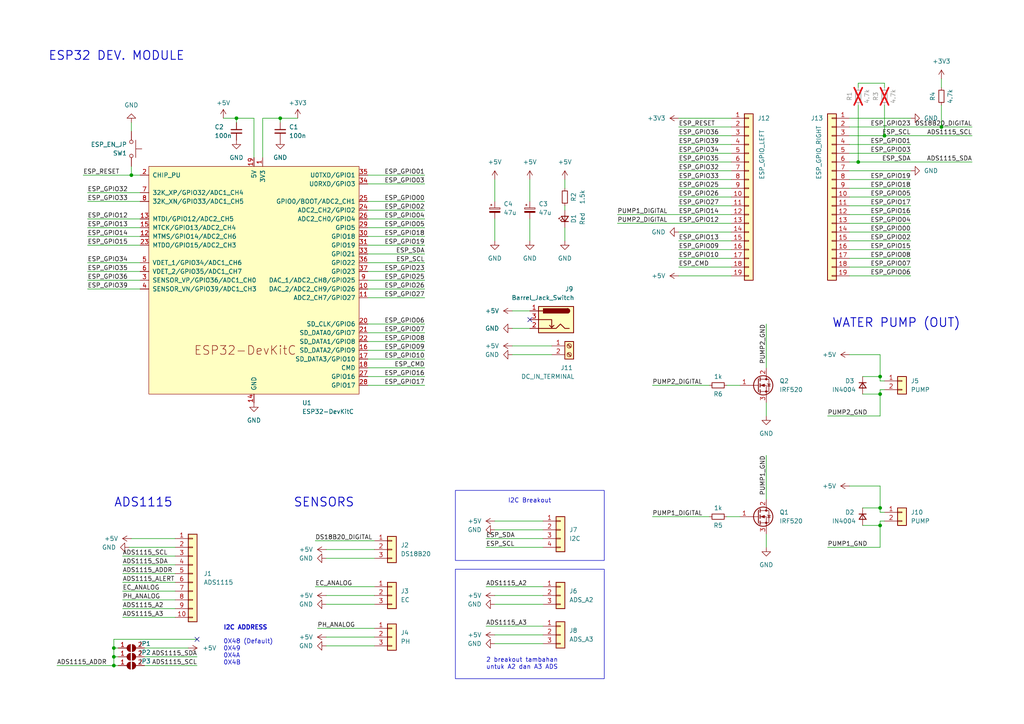
<source format=kicad_sch>
(kicad_sch (version 20230121) (generator eeschema)
  (paper "A4")
  (lib_symbols
    (symbol "Connector:Barrel_Jack_Switch" (pin_names hide)
      (property "Reference" "J" (at 0 5.334 0))
      (property "Value" "Barrel_Jack_Switch" (at 0 -5.08 0))
      (symbol "Barrel_Jack_Switch_0_1"
        (rectangle (start -5.08 3.81) (end 5.08 -3.81) (stroke (width 0.254)) (fill (type background)))
        (arc (start -3.302 3.175) (mid -3.9343 2.54) (end -3.302 1.905) (stroke (width 0.254)))
        (arc (start -3.302 3.175) (mid -3.9343 2.54) (end -3.302 1.905) (stroke (width 0.254)) (fill (type outline)))
        (polyline (pts (xy 1.27 -2.286) (xy 1.905 -1.651)) (stroke (width 0.254)))
        (polyline (pts (xy 5.08 2.54) (xy 3.81 2.54)) (stroke (width 0.254)))
        (polyline (pts (xy 5.08 0) (xy 1.27 0) (xy 1.27 -2.286) (xy 0.635 -1.651)) (stroke (width 0.254)))
        (polyline (pts (xy -3.81 -2.54) (xy -2.54 -2.54) (xy -1.27 -1.27) (xy 0 -2.54) (xy 2.54 -2.54) (xy 5.08 -2.54)) (stroke (width 0.254)))
        (rectangle (start 3.683 3.175) (end -3.302 1.905) (stroke (width 0.254)) (fill (type outline)))
      )
      (symbol "Barrel_Jack_Switch_1_1"
        (pin passive line (at 7.62 2.54 180) (length 2.54) (name "~") (number "1"))
        (pin passive line (at 7.62 -2.54 180) (length 2.54) (name "~") (number "2"))
        (pin passive line (at 7.62 0 180) (length 2.54) (name "~") (number "3"))
      )
    )
    (symbol "Connector:Screw_Terminal_01x02" (pin_names (offset 1.016) hide)
      (property "Reference" "J" (at 0 2.54 0))
      (property "Value" "Screw_Terminal_01x02" (at 0 -5.08 0))
      (symbol "Screw_Terminal_01x02_1_1"
        (rectangle (start -1.27 1.27) (end 1.27 -3.81) (stroke (width 0.254)) (fill (type background)))
        (circle (center 0 -2.54) (radius 0.635) (stroke (width 0.1524)))
        (polyline (pts (xy -0.5334 -2.2098) (xy 0.3302 -3.048)) (stroke (width 0.1524)))
        (polyline (pts (xy -0.5334 0.3302) (xy 0.3302 -0.508)) (stroke (width 0.1524)))
        (polyline (pts (xy -0.3556 -2.032) (xy 0.508 -2.8702)) (stroke (width 0.1524)))
        (polyline (pts (xy -0.3556 0.508) (xy 0.508 -0.3302)) (stroke (width 0.1524)))
        (circle (center 0 0) (radius 0.635) (stroke (width 0.1524)))
        (pin passive line (at -5.08 0 0) (length 3.81) (name "Pin_1") (number "1"))
        (pin passive line (at -5.08 -2.54 0) (length 3.81) (name "Pin_2") (number "2"))
      )
    )
    (symbol "Connector_Generic:Conn_01x02" (pin_names (offset 1.016) hide)
      (property "Reference" "J" (at 0 2.54 0))
      (property "Value" "Conn_01x02" (at 0 -5.08 0))
      (symbol "Conn_01x02_1_1"
        (rectangle (start -1.27 -2.413) (end 0 -2.667) (stroke (width 0.1524)))
        (rectangle (start -1.27 0.127) (end 0 -0.127) (stroke (width 0.1524)))
        (rectangle (start -1.27 1.27) (end 1.27 -3.81) (stroke (width 0.254)) (fill (type background)))
        (pin passive line (at -5.08 0 0) (length 3.81) (name "Pin_1") (number "1"))
        (pin passive line (at -5.08 -2.54 0) (length 3.81) (name "Pin_2") (number "2"))
      )
    )
    (symbol "Connector_Generic:Conn_01x03" (pin_names (offset 1.016) hide)
      (property "Reference" "J" (at 0 5.08 0))
      (property "Value" "Conn_01x03" (at 0 -5.08 0))
      (symbol "Conn_01x03_1_1"
        (rectangle (start -1.27 -2.413) (end 0 -2.667) (stroke (width 0.1524)))
        (rectangle (start -1.27 0.127) (end 0 -0.127) (stroke (width 0.1524)))
        (rectangle (start -1.27 2.667) (end 0 2.413) (stroke (width 0.1524)))
        (rectangle (start -1.27 3.81) (end 1.27 -3.81) (stroke (width 0.254)) (fill (type background)))
        (pin passive line (at -5.08 2.54 0) (length 3.81) (name "Pin_1") (number "1"))
        (pin passive line (at -5.08 0 0) (length 3.81) (name "Pin_2") (number "2"))
        (pin passive line (at -5.08 -2.54 0) (length 3.81) (name "Pin_3") (number "3"))
      )
    )
    (symbol "Connector_Generic:Conn_01x04" (pin_names (offset 1.016) hide)
      (property "Reference" "J" (at 0 5.08 0))
      (property "Value" "Conn_01x04" (at 0 -7.62 0))
      (symbol "Conn_01x04_1_1"
        (rectangle (start -1.27 -4.953) (end 0 -5.207) (stroke (width 0.1524)))
        (rectangle (start -1.27 -2.413) (end 0 -2.667) (stroke (width 0.1524)))
        (rectangle (start -1.27 0.127) (end 0 -0.127) (stroke (width 0.1524)))
        (rectangle (start -1.27 2.667) (end 0 2.413) (stroke (width 0.1524)))
        (rectangle (start -1.27 3.81) (end 1.27 -6.35) (stroke (width 0.254)) (fill (type background)))
        (pin passive line (at -5.08 2.54 0) (length 3.81) (name "Pin_1") (number "1"))
        (pin passive line (at -5.08 0 0) (length 3.81) (name "Pin_2") (number "2"))
        (pin passive line (at -5.08 -2.54 0) (length 3.81) (name "Pin_3") (number "3"))
        (pin passive line (at -5.08 -5.08 0) (length 3.81) (name "Pin_4") (number "4"))
      )
    )
    (symbol "Connector_Generic:Conn_01x10" (pin_names (offset 1.016) hide)
      (property "Reference" "J" (at 0 12.7 0))
      (property "Value" "Conn_01x10" (at 0 -15.24 0))
      (symbol "Conn_01x10_1_1"
        (rectangle (start -1.27 -12.573) (end 0 -12.827) (stroke (width 0.1524)))
        (rectangle (start -1.27 -10.033) (end 0 -10.287) (stroke (width 0.1524)))
        (rectangle (start -1.27 -7.493) (end 0 -7.747) (stroke (width 0.1524)))
        (rectangle (start -1.27 -4.953) (end 0 -5.207) (stroke (width 0.1524)))
        (rectangle (start -1.27 -2.413) (end 0 -2.667) (stroke (width 0.1524)))
        (rectangle (start -1.27 0.127) (end 0 -0.127) (stroke (width 0.1524)))
        (rectangle (start -1.27 2.667) (end 0 2.413) (stroke (width 0.1524)))
        (rectangle (start -1.27 5.207) (end 0 4.953) (stroke (width 0.1524)))
        (rectangle (start -1.27 7.747) (end 0 7.493) (stroke (width 0.1524)))
        (rectangle (start -1.27 10.287) (end 0 10.033) (stroke (width 0.1524)))
        (rectangle (start -1.27 11.43) (end 1.27 -13.97) (stroke (width 0.254)) (fill (type background)))
        (pin passive line (at -5.08 10.16 0) (length 3.81) (name "Pin_1") (number "1"))
        (pin passive line (at -5.08 -12.7 0) (length 3.81) (name "Pin_10") (number "10"))
        (pin passive line (at -5.08 7.62 0) (length 3.81) (name "Pin_2") (number "2"))
        (pin passive line (at -5.08 5.08 0) (length 3.81) (name "Pin_3") (number "3"))
        (pin passive line (at -5.08 2.54 0) (length 3.81) (name "Pin_4") (number "4"))
        (pin passive line (at -5.08 0 0) (length 3.81) (name "Pin_5") (number "5"))
        (pin passive line (at -5.08 -2.54 0) (length 3.81) (name "Pin_6") (number "6"))
        (pin passive line (at -5.08 -5.08 0) (length 3.81) (name "Pin_7") (number "7"))
        (pin passive line (at -5.08 -7.62 0) (length 3.81) (name "Pin_8") (number "8"))
        (pin passive line (at -5.08 -10.16 0) (length 3.81) (name "Pin_9") (number "9"))
      )
    )
    (symbol "Connector_Generic:Conn_01x19" (pin_names (offset 1.016) hide)
      (property "Reference" "J" (at 0 25.4 0))
      (property "Value" "Conn_01x19" (at 0 -25.4 0))
      (symbol "Conn_01x19_1_1"
        (rectangle (start -1.27 -22.733) (end 0 -22.987) (stroke (width 0.1524)))
        (rectangle (start -1.27 -20.193) (end 0 -20.447) (stroke (width 0.1524)))
        (rectangle (start -1.27 -17.653) (end 0 -17.907) (stroke (width 0.1524)))
        (rectangle (start -1.27 -15.113) (end 0 -15.367) (stroke (width 0.1524)))
        (rectangle (start -1.27 -12.573) (end 0 -12.827) (stroke (width 0.1524)))
        (rectangle (start -1.27 -10.033) (end 0 -10.287) (stroke (width 0.1524)))
        (rectangle (start -1.27 -7.493) (end 0 -7.747) (stroke (width 0.1524)))
        (rectangle (start -1.27 -4.953) (end 0 -5.207) (stroke (width 0.1524)))
        (rectangle (start -1.27 -2.413) (end 0 -2.667) (stroke (width 0.1524)))
        (rectangle (start -1.27 0.127) (end 0 -0.127) (stroke (width 0.1524)))
        (rectangle (start -1.27 2.667) (end 0 2.413) (stroke (width 0.1524)))
        (rectangle (start -1.27 5.207) (end 0 4.953) (stroke (width 0.1524)))
        (rectangle (start -1.27 7.747) (end 0 7.493) (stroke (width 0.1524)))
        (rectangle (start -1.27 10.287) (end 0 10.033) (stroke (width 0.1524)))
        (rectangle (start -1.27 12.827) (end 0 12.573) (stroke (width 0.1524)))
        (rectangle (start -1.27 15.367) (end 0 15.113) (stroke (width 0.1524)))
        (rectangle (start -1.27 17.907) (end 0 17.653) (stroke (width 0.1524)))
        (rectangle (start -1.27 20.447) (end 0 20.193) (stroke (width 0.1524)))
        (rectangle (start -1.27 22.987) (end 0 22.733) (stroke (width 0.1524)))
        (rectangle (start -1.27 24.13) (end 1.27 -24.13) (stroke (width 0.254)) (fill (type background)))
        (pin passive line (at -5.08 22.86 0) (length 3.81) (name "Pin_1") (number "1"))
        (pin passive line (at -5.08 0 0) (length 3.81) (name "Pin_10") (number "10"))
        (pin passive line (at -5.08 -2.54 0) (length 3.81) (name "Pin_11") (number "11"))
        (pin passive line (at -5.08 -5.08 0) (length 3.81) (name "Pin_12") (number "12"))
        (pin passive line (at -5.08 -7.62 0) (length 3.81) (name "Pin_13") (number "13"))
        (pin passive line (at -5.08 -10.16 0) (length 3.81) (name "Pin_14") (number "14"))
        (pin passive line (at -5.08 -12.7 0) (length 3.81) (name "Pin_15") (number "15"))
        (pin passive line (at -5.08 -15.24 0) (length 3.81) (name "Pin_16") (number "16"))
        (pin passive line (at -5.08 -17.78 0) (length 3.81) (name "Pin_17") (number "17"))
        (pin passive line (at -5.08 -20.32 0) (length 3.81) (name "Pin_18") (number "18"))
        (pin passive line (at -5.08 -22.86 0) (length 3.81) (name "Pin_19") (number "19"))
        (pin passive line (at -5.08 20.32 0) (length 3.81) (name "Pin_2") (number "2"))
        (pin passive line (at -5.08 17.78 0) (length 3.81) (name "Pin_3") (number "3"))
        (pin passive line (at -5.08 15.24 0) (length 3.81) (name "Pin_4") (number "4"))
        (pin passive line (at -5.08 12.7 0) (length 3.81) (name "Pin_5") (number "5"))
        (pin passive line (at -5.08 10.16 0) (length 3.81) (name "Pin_6") (number "6"))
        (pin passive line (at -5.08 7.62 0) (length 3.81) (name "Pin_7") (number "7"))
        (pin passive line (at -5.08 5.08 0) (length 3.81) (name "Pin_8") (number "8"))
        (pin passive line (at -5.08 2.54 0) (length 3.81) (name "Pin_9") (number "9"))
      )
    )
    (symbol "Device:C_Polarized_Small" (pin_numbers hide) (pin_names (offset 0.254) hide)
      (property "Reference" "C" (at 0.254 1.778 0))
      (property "Value" "C_Polarized_Small" (at 0.254 -2.032 0))
      (symbol "C_Polarized_Small_0_1"
        (rectangle (start -1.524 -0.3048) (end 1.524 -0.6858) (fill (type outline)))
        (rectangle (start -1.524 0.6858) (end 1.524 0.3048))
        (polyline (pts (xy -1.27 1.524) (xy -0.762 1.524)))
        (polyline (pts (xy -1.016 1.27) (xy -1.016 1.778)))
      )
      (symbol "C_Polarized_Small_1_1"
        (pin passive line (at 0 2.54 270) (length 1.8542) (name "~") (number "1"))
        (pin passive line (at 0 -2.54 90) (length 1.8542) (name "~") (number "2"))
      )
    )
    (symbol "Device:C_Small" (pin_numbers hide) (pin_names (offset 0.254) hide)
      (property "Reference" "C" (at 0.254 1.778 0))
      (property "Value" "C_Small" (at 0.254 -2.032 0))
      (symbol "C_Small_0_1"
        (polyline (pts (xy -1.524 -0.508) (xy 1.524 -0.508)) (stroke (width 0.3302)))
        (polyline (pts (xy -1.524 0.508) (xy 1.524 0.508)) (stroke (width 0.3048)))
      )
      (symbol "C_Small_1_1"
        (pin passive line (at 0 2.54 270) (length 2.032) (name "~") (number "1"))
        (pin passive line (at 0 -2.54 90) (length 2.032) (name "~") (number "2"))
      )
    )
    (symbol "Device:D_Small" (pin_numbers hide) (pin_names (offset 0.254) hide)
      (property "Reference" "D" (at -1.27 2.032 0))
      (property "Value" "D_Small" (at -3.81 -2.032 0))
      (symbol "D_Small_0_1"
        (polyline (pts (xy -0.762 -1.016) (xy -0.762 1.016)) (stroke (width 0.254)))
        (polyline (pts (xy -0.762 0) (xy 0.762 0)))
        (polyline (pts (xy 0.762 -1.016) (xy -0.762 0) (xy 0.762 1.016) (xy 0.762 -1.016)) (stroke (width 0.254)))
      )
      (symbol "D_Small_1_1"
        (pin passive line (at -2.54 0 0) (length 1.778) (name "K") (number "1"))
        (pin passive line (at 2.54 0 180) (length 1.778) (name "A") (number "2"))
      )
    )
    (symbol "Device:LED_Small" (pin_numbers hide) (pin_names (offset 0.254) hide)
      (property "Reference" "D" (at -1.27 3.175 0))
      (property "Value" "LED_Small" (at -4.445 -2.54 0))
      (symbol "LED_Small_0_1"
        (polyline (pts (xy -0.762 -1.016) (xy -0.762 1.016)) (stroke (width 0.254)))
        (polyline (pts (xy 1.016 0) (xy -0.762 0)))
        (polyline (pts (xy 0.762 -1.016) (xy -0.762 0) (xy 0.762 1.016) (xy 0.762 -1.016)) (stroke (width 0.254)))
        (polyline (pts (xy 0 0.762) (xy -0.508 1.27) (xy -0.254 1.27) (xy -0.508 1.27) (xy -0.508 1.016)))
        (polyline (pts (xy 0.508 1.27) (xy 0 1.778) (xy 0.254 1.778) (xy 0 1.778) (xy 0 1.524)))
      )
      (symbol "LED_Small_1_1"
        (pin passive line (at -2.54 0 0) (length 1.778) (name "K") (number "1"))
        (pin passive line (at 2.54 0 180) (length 1.778) (name "A") (number "2"))
      )
    )
    (symbol "Device:R_Small" (pin_numbers hide) (pin_names (offset 0.254) hide)
      (property "Reference" "R" (at 0.762 0.508 0))
      (property "Value" "R_Small" (at 0.762 -1.016 0))
      (symbol "R_Small_0_1"
        (rectangle (start -0.762 1.778) (end 0.762 -1.778) (stroke (width 0.2032)))
      )
      (symbol "R_Small_1_1"
        (pin passive line (at 0 2.54 270) (length 0.762) (name "~") (number "1"))
        (pin passive line (at 0 -2.54 90) (length 0.762) (name "~") (number "2"))
      )
    )
    (symbol "Jumper:SolderJumper_2_Open" (pin_names (offset 0) hide)
      (property "Reference" "JP" (at 0 2.032 0))
      (property "Value" "SolderJumper_2_Open" (at 0 -2.54 0))
      (symbol "SolderJumper_2_Open_0_1"
        (arc (start -0.254 1.016) (mid -1.2656 0) (end -0.254 -1.016))
        (arc (start -0.254 1.016) (mid -1.2656 0) (end -0.254 -1.016) (fill (type outline)))
        (polyline (pts (xy -0.254 1.016) (xy -0.254 -1.016)))
        (polyline (pts (xy 0.254 1.016) (xy 0.254 -1.016)))
        (arc (start 0.254 -1.016) (mid 1.2656 0) (end 0.254 1.016))
        (arc (start 0.254 -1.016) (mid 1.2656 0) (end 0.254 1.016) (fill (type outline)))
      )
      (symbol "SolderJumper_2_Open_1_1"
        (pin passive line (at -3.81 0 0) (length 2.54) (name "A") (number "1"))
        (pin passive line (at 3.81 0 180) (length 2.54) (name "B") (number "2"))
      )
    )
    (symbol "PCM_Espressif:ESP32-DevKitC" (pin_names (offset 1.016))
      (property "Reference" "U" (at -30.48 38.1 0))
      (property "Value" "ESP32-DevKitC" (at -30.48 35.56 0))
      (symbol "ESP32-DevKitC_0_0"
        (text "ESP32-DevKitC" (at -2.54 -20.32 0) (effects (font (size 2.54 2.54))))
        (pin power_in line (at 0 -35.56 90) (length 2.54) (name "GND") (number "14"))
        (pin power_in line (at 0 35.56 270) (length 2.54) (name "5V") (number "19"))
      )
      (symbol "ESP32-DevKitC_0_1"
        (rectangle (start -30.48 33.02) (end 30.48 -33.02) (fill (type background)))
      )
      (symbol "ESP32-DevKitC_1_1"
        (pin power_in line (at 2.54 35.56 270) (length 2.54) (name "3V3") (number "1"))
        (pin bidirectional line (at 33.02 -2.54 180) (length 2.54) (name "DAC_2/ADC2_CH9/GPIO26") (number "10"))
        (pin bidirectional line (at 33.02 -5.08 180) (length 2.54) (name "ADC2_CH7/GPIO27") (number "11"))
        (pin bidirectional line (at -33.02 12.7 0) (length 2.54) (name "MTMS/GPIO14/ADC2_CH6") (number "12"))
        (pin bidirectional line (at -33.02 17.78 0) (length 2.54) (name "MTDI/GPIO12/ADC2_CH5") (number "13"))
        (pin bidirectional line (at -33.02 15.24 0) (length 2.54) (name "MTCK/GPIO13/ADC2_CH4") (number "15"))
        (pin bidirectional line (at 33.02 -20.32 180) (length 2.54) (name "SD_DATA2/GPIO9") (number "16"))
        (pin bidirectional line (at 33.02 -22.86 180) (length 2.54) (name "SD_DATA3/GPIO10") (number "17"))
        (pin bidirectional line (at 33.02 -25.4 180) (length 2.54) (name "CMD") (number "18"))
        (pin input line (at -33.02 30.48 0) (length 2.54) (name "CHIP_PU") (number "2"))
        (pin bidirectional line (at 33.02 -12.7 180) (length 2.54) (name "SD_CLK/GPIO6") (number "20"))
        (pin bidirectional line (at 33.02 -15.24 180) (length 2.54) (name "SD_DATA0/GPIO7") (number "21"))
        (pin bidirectional line (at 33.02 -17.78 180) (length 2.54) (name "SD_DATA1/GPIO8") (number "22"))
        (pin bidirectional line (at -33.02 10.16 0) (length 2.54) (name "MTDO/GPIO15/ADC2_CH3") (number "23"))
        (pin bidirectional line (at 33.02 20.32 180) (length 2.54) (name "ADC2_CH2/GPIO2") (number "24"))
        (pin bidirectional line (at 33.02 22.86 180) (length 2.54) (name "GPIO0/BOOT/ADC2_CH1") (number "25"))
        (pin bidirectional line (at 33.02 17.78 180) (length 2.54) (name "ADC2_CH0/GPIO4") (number "26"))
        (pin bidirectional line (at 33.02 -27.94 180) (length 2.54) (name "GPIO16") (number "27"))
        (pin bidirectional line (at 33.02 -30.48 180) (length 2.54) (name "GPIO17") (number "28"))
        (pin bidirectional line (at 33.02 15.24 180) (length 2.54) (name "GPIO5") (number "29"))
        (pin input line (at -33.02 0 0) (length 2.54) (name "SENSOR_VP/GPIO36/ADC1_CH0") (number "3"))
        (pin bidirectional line (at 33.02 12.7 180) (length 2.54) (name "GPIO18") (number "30"))
        (pin bidirectional line (at 33.02 10.16 180) (length 2.54) (name "GPIO19") (number "31"))
        (pin passive line (at 0 -35.56 90) (length 2.54) hide (name "GND") (number "32"))
        (pin bidirectional line (at 33.02 7.62 180) (length 2.54) (name "GPIO21") (number "33"))
        (pin bidirectional line (at 33.02 27.94 180) (length 2.54) (name "U0RXD/GPIO3") (number "34"))
        (pin bidirectional line (at 33.02 30.48 180) (length 2.54) (name "U0TXD/GPIO1") (number "35"))
        (pin bidirectional line (at 33.02 5.08 180) (length 2.54) (name "GPIO22") (number "36"))
        (pin bidirectional line (at 33.02 2.54 180) (length 2.54) (name "GPIO23") (number "37"))
        (pin passive line (at 0 -35.56 90) (length 2.54) hide (name "GND") (number "38"))
        (pin input line (at -33.02 -2.54 0) (length 2.54) (name "SENSOR_VN/GPIO39/ADC1_CH3") (number "4"))
        (pin input line (at -33.02 5.08 0) (length 2.54) (name "VDET_1/GPIO34/ADC1_CH6") (number "5"))
        (pin input line (at -33.02 2.54 0) (length 2.54) (name "VDET_2/GPIO35/ADC1_CH7") (number "6"))
        (pin bidirectional line (at -33.02 25.4 0) (length 2.54) (name "32K_XP/GPIO32/ADC1_CH4") (number "7"))
        (pin bidirectional line (at -33.02 22.86 0) (length 2.54) (name "32K_XN/GPIO33/ADC1_CH5") (number "8"))
        (pin bidirectional line (at 33.02 0 180) (length 2.54) (name "DAC_1/ADC2_CH8/GPIO25") (number "9"))
      )
    )
    (symbol "Switch:SW_Push" (pin_numbers hide) (pin_names (offset 1.016) hide)
      (property "Reference" "SW" (at 1.27 2.54 0))
      (property "Value" "SW_Push" (at 0 -1.524 0))
      (symbol "SW_Push_0_1"
        (circle (center -2.032 0) (radius 0.508))
        (polyline (pts (xy 0 1.27) (xy 0 3.048)))
        (polyline (pts (xy 2.54 1.27) (xy -2.54 1.27)))
        (circle (center 2.032 0) (radius 0.508))
        (pin passive line (at -5.08 0 0) (length 2.54) (name "1") (number "1"))
        (pin passive line (at 5.08 0 180) (length 2.54) (name "2") (number "2"))
      )
    )
    (symbol "Transistor_FET:IRF540N" (pin_names hide)
      (property "Reference" "Q" (at 6.35 1.905 0))
      (property "Value" "IRF540N" (at 6.35 0 0))
      (symbol "IRF540N_0_1"
        (polyline (pts (xy 0.254 0) (xy -2.54 0)))
        (polyline (pts (xy 0.254 1.905) (xy 0.254 -1.905)) (stroke (width 0.254)))
        (polyline (pts (xy 0.762 -1.27) (xy 0.762 -2.286)) (stroke (width 0.254)))
        (polyline (pts (xy 0.762 0.508) (xy 0.762 -0.508)) (stroke (width 0.254)))
        (polyline (pts (xy 0.762 2.286) (xy 0.762 1.27)) (stroke (width 0.254)))
        (polyline (pts (xy 2.54 2.54) (xy 2.54 1.778)))
        (polyline (pts (xy 2.54 -2.54) (xy 2.54 0) (xy 0.762 0)))
        (polyline (pts (xy 0.762 -1.778) (xy 3.302 -1.778) (xy 3.302 1.778) (xy 0.762 1.778)))
        (polyline (pts (xy 1.016 0) (xy 2.032 0.381) (xy 2.032 -0.381) (xy 1.016 0)) (fill (type outline)))
        (polyline (pts (xy 2.794 0.508) (xy 2.921 0.381) (xy 3.683 0.381) (xy 3.81 0.254)))
        (polyline (pts (xy 3.302 0.381) (xy 2.921 -0.254) (xy 3.683 -0.254) (xy 3.302 0.381)))
        (circle (center 1.651 0) (radius 2.794) (stroke (width 0.254)))
        (circle (center 2.54 -1.778) (radius 0.254) (fill (type outline)))
        (circle (center 2.54 1.778) (radius 0.254) (fill (type outline)))
      )
      (symbol "IRF540N_1_1"
        (pin input line (at -5.08 0 0) (length 2.54) (name "G") (number "1"))
        (pin passive line (at 2.54 5.08 270) (length 2.54) (name "D") (number "2"))
        (pin passive line (at 2.54 -5.08 90) (length 2.54) (name "S") (number "3"))
      )
    )
    (symbol "power:+3V3" (power) (pin_names (offset 0))
      (property "Value" "+3V3" (at 0 3.556 0))
      (symbol "+3V3_0_1"
        (polyline (pts (xy -0.762 1.27) (xy 0 2.54)))
        (polyline (pts (xy 0 0) (xy 0 2.54)))
        (polyline (pts (xy 0 2.54) (xy 0.762 1.27)))
      )
      (symbol "+3V3_1_1"
        (pin power_in line (at 0 0 90) (length 0) hide (name "+3V3") (number "1"))
      )
    )
    (symbol "power:+5V" (power) (pin_names (offset 0))
      (property "Value" "+5V" (at 0 3.556 0))
      (symbol "+5V_0_1"
        (polyline (pts (xy -0.762 1.27) (xy 0 2.54)))
        (polyline (pts (xy 0 0) (xy 0 2.54)))
        (polyline (pts (xy 0 2.54) (xy 0.762 1.27)))
      )
      (symbol "+5V_1_1"
        (pin power_in line (at 0 0 90) (length 0) hide (name "+5V") (number "1"))
      )
    )
    (symbol "power:GND" (power) (pin_names (offset 0))
      (property "Value" "GND" (at 0 -3.81 0))
      (symbol "GND_0_1"
        (polyline (pts (xy 0 0) (xy 0 -1.27) (xy 1.27 -1.27) (xy 0 -2.54) (xy -1.27 -1.27) (xy 0 -1.27)))
      )
      (symbol "GND_1_1"
        (pin power_in line (at 0 0 270) (length 0) hide (name "GND") (number "1"))
      )
    )
  )
  (junction (at 33.02 187.96))
  (junction (at 255.27 152.4))
  (junction (at 256.54 39.37))
  (junction (at 38.1 50.8))
  (junction (at 248.92 46.99))
  (junction (at 255.27 109.22))
  (junction (at 68.58 34.29))
  (junction (at 255.27 114.3))
  (junction (at 81.28 34.29))
  (junction (at 255.27 147.32))
  (junction (at 273.05 36.83))
  (junction (at 33.02 190.5))
  (junction (at 33.02 193.04))
  (no_connect (at 153.67 92.71))
  (no_connect (at 57.15 185.42))
  (wire (pts (xy 248.92 24.13) (xy 256.54 24.13)))
  (wire (pts (xy 106.68 93.98) (xy 123.19 93.98)))
  (wire (pts (xy 196.85 49.53) (xy 212.09 49.53)))
  (wire (pts (xy 246.38 41.91) (xy 264.16 41.91)))
  (wire (pts (xy 148.59 102.87) (xy 160.02 102.87)))
  (wire (pts (xy 35.56 176.53) (xy 50.8 176.53)))
  (wire (pts (xy 33.02 187.96) (xy 33.02 190.5)))
  (wire (pts (xy 248.92 25.4) (xy 248.92 24.13)))
  (wire (pts (xy 246.38 36.83) (xy 273.05 36.83)))
  (wire (pts (xy 246.38 140.97) (xy 255.27 140.97)))
  (wire (pts (xy 16.51 193.04) (xy 33.02 193.04)))
  (wire (pts (xy 250.19 114.3) (xy 255.27 114.3)))
  (wire (pts (xy 246.38 39.37) (xy 256.54 39.37)))
  (wire (pts (xy 38.1 50.8) (xy 38.1 48.26)))
  (wire (pts (xy 106.68 101.6) (xy 123.19 101.6)))
  (wire (pts (xy 222.25 120.65) (xy 222.25 116.84)))
  (wire (pts (xy 94.615 161.925) (xy 108.585 161.925)))
  (wire (pts (xy 143.51 151.13) (xy 157.48 151.13)))
  (wire (pts (xy 35.56 179.07) (xy 50.8 179.07)))
  (wire (pts (xy 255.27 148.59) (xy 256.54 148.59)))
  (wire (pts (xy 273.05 36.83) (xy 281.94 36.83)))
  (wire (pts (xy 94.615 184.785) (xy 108.585 184.785)))
  (wire (pts (xy 35.56 173.99) (xy 50.8 173.99)))
  (wire (pts (xy 163.83 69.85) (xy 163.83 66.04)))
  (wire (pts (xy 143.51 172.72) (xy 157.48 172.72)))
  (wire (pts (xy 94.615 172.72) (xy 108.585 172.72)))
  (wire (pts (xy 25.4 66.04) (xy 40.64 66.04)))
  (wire (pts (xy 106.68 73.66) (xy 123.19 73.66)))
  (wire (pts (xy 140.97 181.61) (xy 157.48 181.61)))
  (wire (pts (xy 248.92 30.48) (xy 248.92 46.99)))
  (wire (pts (xy 255.27 113.03) (xy 256.54 113.03)))
  (wire (pts (xy 106.68 81.28) (xy 123.19 81.28)))
  (wire (pts (xy 33.02 190.5) (xy 33.02 193.04)))
  (wire (pts (xy 163.83 59.69) (xy 163.83 60.96)))
  (wire (pts (xy 86.36 34.29) (xy 81.28 34.29)))
  (wire (pts (xy 91.44 170.18) (xy 108.585 170.18)))
  (wire (pts (xy 246.38 80.01) (xy 264.16 80.01)))
  (wire (pts (xy 179.07 64.77) (xy 212.09 64.77)))
  (wire (pts (xy 25.4 81.28) (xy 40.64 81.28)))
  (wire (pts (xy 246.38 72.39) (xy 264.16 72.39)))
  (wire (pts (xy 255.27 148.59) (xy 255.27 147.32)))
  (wire (pts (xy 35.56 168.91) (xy 50.8 168.91)))
  (wire (pts (xy 140.97 170.18) (xy 157.48 170.18)))
  (wire (pts (xy 92.075 182.245) (xy 108.585 182.245)))
  (wire (pts (xy 140.97 158.75) (xy 157.48 158.75)))
  (wire (pts (xy 54.61 187.96) (xy 41.91 187.96)))
  (wire (pts (xy 106.68 63.5) (xy 123.19 63.5)))
  (wire (pts (xy 35.56 161.29) (xy 50.8 161.29)))
  (wire (pts (xy 68.58 34.29) (xy 73.66 34.29)))
  (wire (pts (xy 196.85 59.69) (xy 212.09 59.69)))
  (wire (pts (xy 148.59 90.17) (xy 153.67 90.17)))
  (wire (pts (xy 25.4 71.12) (xy 40.64 71.12)))
  (wire (pts (xy 38.1 156.21) (xy 50.8 156.21)))
  (wire (pts (xy 106.68 86.36) (xy 123.19 86.36)))
  (wire (pts (xy 255.27 102.87) (xy 255.27 109.22)))
  (wire (pts (xy 246.38 62.23) (xy 264.16 62.23)))
  (wire (pts (xy 196.85 72.39) (xy 212.09 72.39)))
  (wire (pts (xy 25.4 63.5) (xy 40.64 63.5)))
  (wire (pts (xy 210.82 111.76) (xy 214.63 111.76)))
  (wire (pts (xy 94.615 175.26) (xy 108.585 175.26)))
  (wire (pts (xy 33.02 193.04) (xy 34.29 193.04)))
  (wire (pts (xy 143.51 69.85) (xy 143.51 63.5)))
  (wire (pts (xy 255.27 110.49) (xy 255.27 109.22)))
  (wire (pts (xy 76.2 34.29) (xy 76.2 45.72)))
  (wire (pts (xy 246.38 34.29) (xy 264.16 34.29)))
  (wire (pts (xy 106.68 78.74) (xy 123.19 78.74)))
  (wire (pts (xy 250.19 147.32) (xy 255.27 147.32)))
  (wire (pts (xy 143.51 186.69) (xy 157.48 186.69)))
  (wire (pts (xy 106.68 109.22) (xy 123.19 109.22)))
  (wire (pts (xy 196.85 69.85) (xy 212.09 69.85)))
  (wire (pts (xy 25.4 76.2) (xy 40.64 76.2)))
  (wire (pts (xy 246.38 67.31) (xy 264.16 67.31)))
  (wire (pts (xy 196.85 80.01) (xy 212.09 80.01)))
  (wire (pts (xy 246.38 52.07) (xy 264.16 52.07)))
  (wire (pts (xy 106.68 50.8) (xy 123.19 50.8)))
  (wire (pts (xy 25.4 78.74) (xy 40.64 78.74)))
  (wire (pts (xy 25.4 58.42) (xy 40.64 58.42)))
  (wire (pts (xy 273.05 30.48) (xy 273.05 36.83)))
  (wire (pts (xy 250.19 152.4) (xy 255.27 152.4)))
  (wire (pts (xy 25.4 68.58) (xy 40.64 68.58)))
  (wire (pts (xy 196.85 44.45) (xy 212.09 44.45)))
  (wire (pts (xy 196.85 77.47) (xy 212.09 77.47)))
  (wire (pts (xy 246.38 77.47) (xy 264.16 77.47)))
  (wire (pts (xy 240.03 158.75) (xy 255.27 158.75)))
  (wire (pts (xy 143.51 52.07) (xy 143.51 58.42)))
  (wire (pts (xy 68.58 35.56) (xy 68.58 34.29)))
  (wire (pts (xy 248.92 46.99) (xy 281.94 46.99)))
  (wire (pts (xy 37.465 158.75) (xy 50.8 158.75)))
  (wire (pts (xy 189.23 111.76) (xy 205.74 111.76)))
  (wire (pts (xy 255.27 151.13) (xy 255.27 152.4)))
  (wire (pts (xy 246.38 59.69) (xy 264.16 59.69)))
  (wire (pts (xy 273.05 22.86) (xy 273.05 25.4)))
  (wire (pts (xy 153.67 69.85) (xy 153.67 63.5)))
  (wire (pts (xy 196.85 34.29) (xy 212.09 34.29)))
  (wire (pts (xy 255.27 140.97) (xy 255.27 147.32)))
  (wire (pts (xy 255.27 151.13) (xy 256.54 151.13)))
  (wire (pts (xy 143.51 153.67) (xy 157.48 153.67)))
  (wire (pts (xy 64.77 34.29) (xy 68.58 34.29)))
  (wire (pts (xy 25.4 55.88) (xy 40.64 55.88)))
  (wire (pts (xy 179.07 62.23) (xy 212.09 62.23)))
  (wire (pts (xy 94.615 159.385) (xy 108.585 159.385)))
  (wire (pts (xy 246.38 69.85) (xy 264.16 69.85)))
  (wire (pts (xy 256.54 39.37) (xy 281.94 39.37)))
  (wire (pts (xy 106.68 111.76) (xy 123.19 111.76)))
  (wire (pts (xy 106.68 96.52) (xy 123.19 96.52)))
  (wire (pts (xy 246.38 49.53) (xy 264.16 49.53)))
  (wire (pts (xy 250.19 109.22) (xy 255.27 109.22)))
  (wire (pts (xy 255.27 158.75) (xy 255.27 152.4)))
  (wire (pts (xy 35.56 166.37) (xy 50.8 166.37)))
  (wire (pts (xy 255.27 113.03) (xy 255.27 114.3)))
  (wire (pts (xy 35.56 163.83) (xy 50.8 163.83)))
  (wire (pts (xy 196.85 67.31) (xy 212.09 67.31)))
  (wire (pts (xy 33.02 185.42) (xy 57.15 185.42)))
  (wire (pts (xy 196.85 54.61) (xy 212.09 54.61)))
  (wire (pts (xy 34.29 187.96) (xy 33.02 187.96)))
  (wire (pts (xy 140.97 156.21) (xy 157.48 156.21)))
  (wire (pts (xy 106.68 58.42) (xy 123.19 58.42)))
  (wire (pts (xy 246.38 57.15) (xy 264.16 57.15)))
  (wire (pts (xy 94.615 187.325) (xy 108.585 187.325)))
  (wire (pts (xy 256.54 24.13) (xy 256.54 25.4)))
  (wire (pts (xy 196.85 52.07) (xy 212.09 52.07)))
  (wire (pts (xy 255.27 110.49) (xy 256.54 110.49)))
  (wire (pts (xy 196.85 41.91) (xy 212.09 41.91)))
  (wire (pts (xy 196.85 46.99) (xy 212.09 46.99)))
  (wire (pts (xy 222.25 132.08) (xy 222.25 144.78)))
  (wire (pts (xy 38.1 38.1) (xy 38.1 35.56)))
  (wire (pts (xy 106.68 68.58) (xy 123.19 68.58)))
  (wire (pts (xy 24.13 50.8) (xy 38.1 50.8)))
  (wire (pts (xy 189.23 149.86) (xy 205.74 149.86)))
  (wire (pts (xy 196.85 39.37) (xy 212.09 39.37)))
  (wire (pts (xy 73.66 34.29) (xy 73.66 45.72)))
  (wire (pts (xy 210.82 149.86) (xy 214.63 149.86)))
  (wire (pts (xy 196.85 57.15) (xy 212.09 57.15)))
  (wire (pts (xy 106.68 76.2) (xy 123.19 76.2)))
  (wire (pts (xy 246.38 102.87) (xy 255.27 102.87)))
  (wire (pts (xy 246.38 54.61) (xy 264.16 54.61)))
  (wire (pts (xy 148.59 100.33) (xy 160.02 100.33)))
  (wire (pts (xy 106.68 53.34) (xy 123.19 53.34)))
  (wire (pts (xy 91.44 156.845) (xy 108.585 156.845)))
  (wire (pts (xy 222.25 93.98) (xy 222.25 106.68)))
  (wire (pts (xy 106.68 104.14) (xy 123.19 104.14)))
  (wire (pts (xy 163.83 52.07) (xy 163.83 54.61)))
  (wire (pts (xy 153.67 52.07) (xy 153.67 58.42)))
  (wire (pts (xy 246.38 74.93) (xy 264.16 74.93)))
  (wire (pts (xy 196.85 74.93) (xy 212.09 74.93)))
  (wire (pts (xy 35.56 171.45) (xy 50.8 171.45)))
  (wire (pts (xy 246.38 44.45) (xy 264.16 44.45)))
  (wire (pts (xy 240.03 120.65) (xy 255.27 120.65)))
  (wire (pts (xy 196.85 36.83) (xy 212.09 36.83)))
  (wire (pts (xy 148.59 95.25) (xy 153.67 95.25)))
  (wire (pts (xy 255.27 120.65) (xy 255.27 114.3)))
  (wire (pts (xy 34.29 190.5) (xy 33.02 190.5)))
  (wire (pts (xy 143.51 184.15) (xy 157.48 184.15)))
  (wire (pts (xy 256.54 30.48) (xy 256.54 39.37)))
  (wire (pts (xy 106.68 60.96) (xy 123.19 60.96)))
  (wire (pts (xy 57.15 193.04) (xy 41.91 193.04)))
  (wire (pts (xy 106.68 66.04) (xy 123.19 66.04)))
  (wire (pts (xy 106.68 99.06) (xy 123.19 99.06)))
  (wire (pts (xy 106.68 71.12) (xy 123.19 71.12)))
  (wire (pts (xy 106.68 83.82) (xy 123.19 83.82)))
  (wire (pts (xy 38.1 50.8) (xy 40.64 50.8)))
  (wire (pts (xy 246.38 46.99) (xy 248.92 46.99)))
  (wire (pts (xy 106.68 106.68) (xy 123.19 106.68)))
  (wire (pts (xy 81.28 35.56) (xy 81.28 34.29)))
  (wire (pts (xy 222.25 158.75) (xy 222.25 154.94)))
  (wire (pts (xy 143.51 175.26) (xy 157.48 175.26)))
  (wire (pts (xy 81.28 34.29) (xy 76.2 34.29)))
  (wire (pts (xy 57.15 190.5) (xy 41.91 190.5)))
  (wire (pts (xy 246.38 64.77) (xy 264.16 64.77)))
  (wire (pts (xy 33.02 187.96) (xy 33.02 185.42)))
  (wire (pts (xy 25.4 83.82) (xy 40.64 83.82)))
  (rectangle (start 132.08 165.1) (end 175.26 196.85))
  (rectangle (start 132.08 142.24) (end 175.26 162.56))
  (text "ESP32 DEV. MODULE" (at 13.97 17.78 0) (effects (font (size 2.54 2.54) (thickness 0.254) bold) (justify left bottom)))
  (text "ADS1115\n" (at 33.02 147.32 0) (effects (font (size 2.54 2.54) (thickness 0.254) bold) (justify left bottom)))
  (text "WATER PUMP (OUT)\n" (at 241.3 95.25 0) (effects (font (size 2.54 2.54) (thickness 0.254) bold) (justify left bottom)))
  (text "2 breakout tambahan\nuntuk A2 dan A3 ADS" (at 140.97 194.31 0) (effects (font (size 1.27 1.27)) (justify left bottom)))
  (text "I2C ADDRESS" (at 64.77 182.88 0) (effects (font (size 1.27 1.27) (thickness 0.254) bold) (justify left bottom)))
  (text "I2C Breakout" (at 147.32 146.05 0) (effects (font (size 1.27 1.27)) (justify left bottom)))
  (text "0X48 (Default)\n0X49\n0X4A\n0X4B" (at 64.77 193.04 0) (effects (font (size 1.27 1.27)) (justify left bottom)))
  (text "SENSORS" (at 85.09 147.32 0) (effects (font (size 2.54 2.54) (thickness 0.254) bold) (justify left bottom)))
  (label "ESP_GPIO14" (at 25.4 68.58 0))
  (label "DS18B20_DIGITAL" (at 281.94 36.83 180))
  (label "ESP_SDA" (at 123.19 73.66 180))
  (label "ESP_GPIO00" (at 123.19 58.42 180))
  (label "ESP_GPIO18" (at 123.19 68.58 180))
  (label "ESP_GPIO27" (at 123.19 86.36 180))
  (label "ADS1115_ALERT" (at 35.56 168.91 0))
  (label "ESP_GPIO03" (at 264.16 44.45 180))
  (label "ESP_CMD" (at 123.19 106.68 180))
  (label "ESP_GPIO01" (at 123.19 50.8 180))
  (label "ESP_GPIO08" (at 123.19 99.06 180))
  (label "ESP_GPIO13" (at 25.4 66.04 0))
  (label "ESP_GPIO09" (at 196.85 72.39 0))
  (label "ESP_GPIO07" (at 123.19 96.52 180))
  (label "ESP_GPIO02" (at 264.16 69.85 180))
  (label "ESP_CMD" (at 196.85 77.47 0))
  (label "ESP_GPIO35" (at 196.85 46.99 0))
  (label "ADS1115_A2" (at 140.97 170.18 0))
  (label "ESP_GPIO27" (at 196.85 59.69 0))
  (label "ESP_GPIO19" (at 123.19 71.12 180))
  (label "PUMP1_DIGITAL" (at 179.07 62.23 0))
  (label "ESP_GPIO17" (at 264.16 59.69 180))
  (label "ESP_RESET" (at 24.13 50.8 0))
  (label "PUMP2_DIGITAL" (at 179.07 64.77 0))
  (label "ADS1115_A3" (at 35.56 179.07 0))
  (label "ESP_GPIO39" (at 196.85 41.91 0))
  (label "ESP_GPIO23" (at 123.19 78.74 180))
  (label "ESP_GPIO26" (at 196.85 57.15 0))
  (label "ESP_GPIO04" (at 123.19 63.5 180))
  (label "ADS1115_ADDR" (at 35.56 166.37 0))
  (label "ESP_GPIO06" (at 264.16 80.01 180))
  (label "ESP_GPIO10" (at 123.19 104.14 180))
  (label "ESP_GPIO36" (at 196.85 39.37 0))
  (label "ESP_GPIO05" (at 123.19 66.04 180))
  (label "ESP_SDA" (at 264.16 46.99 180))
  (label "ESP_GPIO06" (at 123.19 93.98 180))
  (label "ESP_GPIO34" (at 25.4 76.2 0))
  (label "ESP_GPIO07" (at 264.16 77.47 180))
  (label "ESP_GPIO23" (at 264.16 36.83 180))
  (label "ESP_GPIO03" (at 123.19 53.34 180))
  (label "ESP_GPIO17" (at 123.19 111.76 180))
  (label "ESP_GPIO19" (at 264.16 52.07 180))
  (label "PUMP2_GND" (at 240.03 120.65 0))
  (label "ESP_GPIO00" (at 264.16 67.31 180))
  (label "ADS1115_SDA" (at 281.94 46.99 180))
  (label "ESP_GPIO25" (at 123.19 81.28 180))
  (label "ESP_GPIO10" (at 196.85 74.93 0))
  (label "ESP_GPIO35" (at 25.4 78.74 0))
  (label "PH_ANALOG" (at 92.075 182.245 0))
  (label "ESP_GPIO39" (at 25.4 83.82 0))
  (label "ESP_GPIO33" (at 196.85 52.07 0))
  (label "ESP_GPIO15" (at 25.4 71.12 0))
  (label "EC_ANALOG" (at 35.56 171.45 0))
  (label "ESP_GPIO36" (at 25.4 81.28 0))
  (label "ESP_GPIO09" (at 123.19 101.6 180))
  (label "ESP_GPIO12" (at 196.85 64.77 0))
  (label "ADS1115_SCL" (at 57.15 193.04 180))
  (label "ESP_GPIO13" (at 196.85 69.85 0))
  (label "ESP_GPIO32" (at 25.4 55.88 0))
  (label "PUMP1_GND" (at 240.03 158.75 0))
  (label "ESP_GPIO15" (at 264.16 72.39 180))
  (label "ESP_SDA" (at 140.97 156.21 0))
  (label "ESP_GPIO34" (at 196.85 44.45 0))
  (label "ADS1115_SDA" (at 35.56 163.83 0))
  (label "ESP_GPIO08" (at 264.16 74.93 180))
  (label "ESP_GPIO16" (at 264.16 62.23 180))
  (label "ESP_GPIO18" (at 264.16 54.61 180))
  (label "ESP_RESET" (at 196.85 36.83 0))
  (label "ESP_SCL" (at 264.16 39.37 180))
  (label "ESP_GPIO32" (at 196.85 49.53 0))
  (label "ESP_GPIO05" (at 264.16 57.15 180))
  (label "ESP_GPIO26" (at 123.19 83.82 180))
  (label "PUMP1_DIGITAL" (at 189.23 149.86 0))
  (label "PUMP2_DIGITAL" (at 189.23 111.76 0))
  (label "ESP_GPIO04" (at 264.16 64.77 180))
  (label "PH_ANALOG" (at 35.56 173.99 0))
  (label "ESP_GPIO02" (at 123.19 60.96 180))
  (label "ESP_GPIO14" (at 196.85 62.23 0))
  (label "ESP_SCL" (at 140.97 158.75 0))
  (label "ADS1115_A3" (at 140.97 181.61 0))
  (label "PUMP2_GND" (at 222.25 93.98 270))
  (label "PUMP1_GND" (at 222.25 132.08 270))
  (label "ADS1115_SCL" (at 35.56 161.29 0))
  (label "ADS1115_SDA" (at 57.15 190.5 180))
  (label "ESP_GPIO01" (at 264.16 41.91 180))
  (label "EC_ANALOG" (at 91.44 170.18 0))
  (label "ESP_GPIO16" (at 123.19 109.22 180))
  (label "ESP_GPIO12" (at 25.4 63.5 0))
  (label "ESP_GPIO33" (at 25.4 58.42 0))
  (label "ESP_SCL" (at 123.19 76.2 180))
  (label "ADS1115_A2" (at 35.56 176.53 0))
  (label "DS18B20_DIGITAL" (at 91.44 156.845 0))
  (label "ESP_GPIO25" (at 196.85 54.61 0))
  (label "ADS1115_SCL" (at 281.94 39.37 180))
  (label "ADS1115_ADDR" (at 16.51 193.04 0))
  (symbol (lib_id "power:+5V") (at 143.51 151.13 90) (unit 1)
    (property "Reference" "#PWR016" (effects hide))
    (property "Value" "+5V" (at 139.7 151.13 90) (effects (justify left)))
  )
  (symbol (lib_id "power:+5V") (at 94.615 159.385 90) (unit 1)
    (property "Reference" "#PWR06" (effects hide))
    (property "Value" "+5V" (at 90.805 159.385 90) (effects (justify left)))
  )
  (symbol (lib_id "Device:C_Polarized_Small") (at 143.51 60.96 0) (unit 1)
    (property "Reference" "C4" (at 146.05 59.1439 0) (effects (justify left)))
    (property "Value" "47u" (at 146.05 61.6839 0) (effects (justify left)))
    (property "Footprint" "Capacitor_THT:C_Radial_D5.0mm_H11.0mm_P2.00mm" (effects hide))
  )
  (symbol (lib_id "power:+5V") (at 196.85 80.01 90) (unit 1)
    (property "Reference" "#PWR038" (effects hide))
    (property "Value" "+5V" (at 193.04 80.01 90) (effects (justify left)))
  )
  (symbol (lib_id "power:GND") (at 222.25 120.65 0) (unit 1)
    (property "Reference" "#PWR012" (effects hide))
    (property "Value" "GND" (at 222.25 125.73 0))
  )
  (symbol (lib_id "Connector:Barrel_Jack_Switch") (at 161.29 92.71 0) (mirror y) (unit 1)
    (property "Reference" "J9" (at 165.1 83.82 0))
    (property "Value" "Barrel_Jack_Switch" (at 157.48 86.36 0))
    (property "Footprint" "Connector_BarrelJack:BarrelJack_Horizontal" (effects hide))
  )
  (symbol (lib_id "Connector_Generic:Conn_01x04") (at 162.56 153.67 0) (unit 1)
    (property "Reference" "J7" (at 165.1 153.67 0) (effects (justify left)))
    (property "Value" "I2C" (at 165.1 156.21 0) (effects (justify left)))
    (property "Footprint" "Connector_Molex:Molex_SL_171971-0004_1x04_P2.54mm_Vertical" (effects hide))
  )
  (symbol (lib_id "Device:R_Small") (at 248.92 27.94 180) (unit 1) (dnp yes)
    (property "Reference" "R1" (at 246.38 27.94 90))
    (property "Value" "4.7k" (at 251.46 27.94 90))
    (property "Footprint" "Resistor_THT:R_Axial_DIN0204_L3.6mm_D1.6mm_P7.62mm_Horizontal" (effects hide))
  )
  (symbol (lib_id "power:GND") (at 264.16 34.29 90) (unit 1)
    (property "Reference" "#PWR039" (effects hide))
    (property "Value" "GND" (at 267.97 34.29 90) (effects (justify right)))
  )
  (symbol (lib_id "Device:C_Polarized_Small") (at 153.67 60.96 0) (unit 1)
    (property "Reference" "C3" (at 156.21 59.1439 0) (effects (justify left)))
    (property "Value" "47u" (at 156.21 61.6839 0) (effects (justify left)))
    (property "Footprint" "Capacitor_THT:C_Radial_D5.0mm_H11.0mm_P2.00mm" (effects hide))
  )
  (symbol (lib_id "Connector_Generic:Conn_01x03") (at 113.665 172.72 0) (unit 1)
    (property "Reference" "J3" (at 116.205 171.45 0) (effects (justify left)))
    (property "Value" "EC" (at 116.205 173.99 0) (effects (justify left)))
    (property "Footprint" "Connector_Molex:Molex_SL_171971-0003_1x03_P2.54mm_Vertical" (effects hide))
  )
  (symbol (lib_id "power:GND") (at 143.51 69.85 0) (unit 1)
    (property "Reference" "#PWR028" (effects hide))
    (property "Value" "GND" (at 143.51 74.93 0))
  )
  (symbol (lib_id "PCM_Espressif:ESP32-DevKitC") (at 73.66 81.28 0) (unit 1)
    (property "Reference" "U1" (at 87.63 116.84 0) (effects (justify left)))
    (property "Value" "ESP32-DevKitC" (at 87.63 119.38 0) (effects (justify left)))
    (property "Footprint" "PCM_Espressif:ESP32-DevKitC" (effects hide))
    (property "Datasheet" "https://docs.espressif.com/projects/esp-idf/zh_CN/latest/esp32/hw-reference/esp32/get-started-devkitc.html" (effects hide))
  )
  (symbol (lib_id "Connector_Generic:Conn_01x03") (at 162.56 184.15 0) (unit 1)
    (property "Reference" "J8" (at 165.1 182.88 0) (effects (justify left)))
    (property "Value" "ADS_A3" (at 165.1 185.42 0) (effects (justify left)))
    (property "Footprint" "Connector_Molex:Molex_SL_171971-0003_1x03_P2.54mm_Vertical" (effects hide))
  )
  (symbol (lib_id "power:GND") (at 68.58 40.64 0) (unit 1)
    (property "Reference" "#PWR024" (effects hide))
    (property "Value" "GND" (at 68.58 45.72 0))
  )
  (symbol (lib_id "power:+5V") (at 38.1 156.21 90) (unit 1)
    (property "Reference" "#PWR04" (effects hide))
    (property "Value" "+5V" (at 34.29 156.21 90) (effects (justify left)))
  )
  (symbol (lib_id "Device:R_Small") (at 256.54 27.94 180) (unit 1) (dnp yes)
    (property "Reference" "R3" (at 254 27.94 90))
    (property "Value" "4.7k" (at 259.08 27.94 90))
    (property "Footprint" "Resistor_THT:R_Axial_DIN0204_L3.6mm_D1.6mm_P7.62mm_Horizontal" (effects hide))
  )
  (symbol (lib_id "Device:R_Small") (at 208.28 149.86 270) (unit 1)
    (property "Reference" "R5" (at 208.28 152.4 90))
    (property "Value" "1k" (at 208.28 147.32 90))
    (property "Footprint" "Resistor_THT:R_Axial_DIN0204_L3.6mm_D1.6mm_P7.62mm_Horizontal" (effects hide))
  )
  (symbol (lib_id "power:+3V3") (at 86.36 34.29 0) (unit 1)
    (property "Reference" "#PWR03" (effects hide))
    (property "Value" "+3V3" (at 86.36 29.845 0))
  )
  (symbol (lib_id "Device:C_Small") (at 81.28 38.1 0) (unit 1)
    (property "Reference" "C1" (at 83.82 36.8363 0) (effects (justify left)))
    (property "Value" "100n" (at 83.82 39.3763 0) (effects (justify left)))
    (property "Footprint" "Capacitor_THT:C_Disc_D5.0mm_W2.5mm_P5.00mm" (effects hide))
  )
  (symbol (lib_id "Switch:SW_Push") (at 38.1 43.18 270) (unit 1)
    (property "Reference" "SW1" (at 36.83 44.45 90) (effects (justify right)))
    (property "Value" "ESP_EN_JP" (at 36.83 41.91 90) (effects (justify right)))
    (property "Footprint" "Connector_Molex:Molex_SL_171971-0002_1x02_P2.54mm_Vertical" (effects hide))
  )
  (symbol (lib_id "Device:R_Small") (at 163.83 57.15 180) (unit 1)
    (property "Reference" "R2" (at 166.37 57.15 90))
    (property "Value" "1.5k" (at 168.91 57.15 90))
    (property "Footprint" "Resistor_THT:R_Axial_DIN0204_L3.6mm_D1.6mm_P7.62mm_Horizontal" (effects hide))
  )
  (symbol (lib_id "Connector_Generic:Conn_01x19") (at 217.17 57.15 0) (unit 1)
    (property "Reference" "J12" (at 219.71 34.29 0) (effects (justify left)))
    (property "Value" "ESP_GPIO_LEFT" (at 220.98 52.07 90) (effects (justify left)))
    (property "Footprint" "Connector_PinHeader_2.54mm:PinHeader_1x19_P2.54mm_Vertical" (effects hide))
  )
  (symbol (lib_id "Connector_Generic:Conn_01x19") (at 241.3 57.15 0) (mirror y) (unit 1)
    (property "Reference" "J13" (at 238.76 34.29 0) (effects (justify left)))
    (property "Value" "ESP_GPIO_RIGHT" (at 237.49 52.07 90) (effects (justify left)))
    (property "Footprint" "Connector_PinHeader_2.54mm:PinHeader_1x19_P2.54mm_Vertical" (effects hide))
  )
  (symbol (lib_id "Connector:Screw_Terminal_01x02") (at 165.1 100.33 0) (unit 1)
    (property "Reference" "J11" (at 162.56 106.68 0) (effects (justify left)))
    (property "Value" "DC_IN_TERMINAL" (at 151.13 109.22 0) (effects (justify left)))
    (property "Footprint" "TerminalBlock_Phoenix:TerminalBlock_Phoenix_MPT-0,5-2-2.54_1x02_P2.54mm_Horizontal" (effects hide))
  )
  (symbol (lib_id "Device:D_Small") (at 250.19 149.86 90) (mirror x) (unit 1)
    (property "Reference" "D2" (at 245.11 148.59 90) (effects (justify right)))
    (property "Value" "IN4004" (at 241.3 151.13 90) (effects (justify right)))
    (property "Footprint" "Diode_THT:D_DO-34_SOD68_P7.62mm_Horizontal" (effects hide))
    (property "Sim.Device" "D" (effects hide))
    (property "Sim.Pins" "1=K 2=A" (effects hide))
  )
  (symbol (lib_id "power:+5V") (at 153.67 52.07 0) (unit 1)
    (property "Reference" "#PWR026" (effects hide))
    (property "Value" "+5V" (at 153.67 46.99 0))
  )
  (symbol (lib_id "power:GND") (at 94.615 175.26 270) (unit 1)
    (property "Reference" "#PWR09" (effects hide))
    (property "Value" "GND" (at 90.805 175.26 90) (effects (justify right)))
  )
  (symbol (lib_id "power:GND") (at 196.85 67.31 270) (unit 1)
    (property "Reference" "#PWR037" (effects hide))
    (property "Value" "GND" (at 193.04 67.31 90) (effects (justify right)))
  )
  (symbol (lib_id "power:+5V") (at 246.38 102.87 90) (unit 1)
    (property "Reference" "#PWR013" (effects hide))
    (property "Value" "+5V" (at 242.57 102.87 90) (effects (justify left)))
  )
  (symbol (lib_id "power:GND") (at 94.615 161.925 270) (unit 1)
    (property "Reference" "#PWR07" (effects hide))
    (property "Value" "GND" (at 90.805 161.925 90) (effects (justify right)))
  )
  (symbol (lib_id "Transistor_FET:IRF540N") (at 219.71 149.86 0) (unit 1)
    (property "Reference" "Q1" (at 226.06 148.59 0) (effects (justify left)))
    (property "Value" "IRF520" (at 226.06 151.13 0) (effects (justify left)))
    (property "Footprint" "Package_TO_SOT_THT:TO-220-3_Vertical" (effects hide))
    (property "Datasheet" "http://www.irf.com/product-info/datasheets/data/irf540n.pdf" (effects hide))
  )
  (symbol (lib_id "power:+3V3") (at 273.05 22.86 0) (unit 1)
    (property "Reference" "#PWR041" (effects hide))
    (property "Value" "+3V3" (at 273.05 17.78 0))
  )
  (symbol (lib_id "Jumper:SolderJumper_2_Open") (at 38.1 187.96 0) (unit 1)
    (property "Reference" "JP1" (at 41.91 186.69 0))
    (property "Value" "ADS1115_ADDR_5V" (effects hide))
    (property "Footprint" "Jumper:SolderJumper-2_P1.3mm_Open_RoundedPad1.0x1.5mm" (effects hide))
  )
  (symbol (lib_id "power:GND") (at 37.465 158.75 270) (unit 1)
    (property "Reference" "#PWR05" (effects hide))
    (property "Value" "GND" (at 33.655 158.75 90) (effects (justify right)))
  )
  (symbol (lib_id "power:+5V") (at 148.59 90.17 90) (unit 1)
    (property "Reference" "#PWR022" (effects hide))
    (property "Value" "+5V" (at 144.78 90.17 90) (effects (justify left)))
  )
  (symbol (lib_id "power:+5V") (at 54.61 187.96 270) (unit 1)
    (property "Reference" "#PWR021" (effects hide))
    (property "Value" "+5V" (at 58.7041 187.96 90) (effects (justify left)))
  )
  (symbol (lib_id "power:+5V") (at 143.51 52.07 0) (unit 1)
    (property "Reference" "#PWR027" (effects hide))
    (property "Value" "+5V" (at 143.51 46.99 0))
  )
  (symbol (lib_id "Device:R_Small") (at 208.28 111.76 270) (unit 1)
    (property "Reference" "R6" (at 208.28 114.3 90))
    (property "Value" "1k" (at 208.28 109.22 90))
    (property "Footprint" "Resistor_THT:R_Axial_DIN0204_L3.6mm_D1.6mm_P7.62mm_Horizontal" (effects hide))
  )
  (symbol (lib_id "power:GND") (at 143.51 186.69 270) (unit 1)
    (property "Reference" "#PWR030" (effects hide))
    (property "Value" "GND" (at 139.7 186.69 90) (effects (justify right)))
  )
  (symbol (lib_id "power:GND") (at 153.67 69.85 0) (unit 1)
    (property "Reference" "#PWR029" (effects hide))
    (property "Value" "GND" (at 153.67 74.93 0))
  )
  (symbol (lib_id "Device:D_Small") (at 250.19 111.76 90) (mirror x) (unit 1)
    (property "Reference" "D3" (at 245.11 110.49 90) (effects (justify right)))
    (property "Value" "IN4004" (at 241.3 113.03 90) (effects (justify right)))
    (property "Footprint" "Diode_THT:D_DO-34_SOD68_P7.62mm_Horizontal" (effects hide))
    (property "Sim.Device" "D" (effects hide))
    (property "Sim.Pins" "1=K 2=A" (effects hide))
  )
  (symbol (lib_id "Jumper:SolderJumper_2_Open") (at 38.1 190.5 0) (unit 1)
    (property "Reference" "JP2" (at 41.91 189.23 0))
    (property "Value" "ADS1115_ADDR_SDA" (effects hide))
    (property "Footprint" "Jumper:SolderJumper-2_P1.3mm_Open_RoundedPad1.0x1.5mm" (effects hide))
  )
  (symbol (lib_id "power:+5V") (at 143.51 184.15 90) (unit 1)
    (property "Reference" "#PWR020" (effects hide))
    (property "Value" "+5V" (at 139.7 184.15 90) (effects (justify left)))
  )
  (symbol (lib_id "Device:R_Small") (at 273.05 27.94 180) (unit 1)
    (property "Reference" "R4" (at 270.51 27.94 90))
    (property "Value" "4.7k" (at 275.59 27.94 90))
    (property "Footprint" "Resistor_THT:R_Axial_DIN0204_L3.6mm_D1.6mm_P7.62mm_Horizontal" (effects hide))
  )
  (symbol (lib_id "power:GND") (at 143.51 175.26 270) (unit 1)
    (property "Reference" "#PWR015" (effects hide))
    (property "Value" "GND" (at 139.7 175.26 90) (effects (justify right)))
  )
  (symbol (lib_id "Device:C_Small") (at 68.58 38.1 0) (unit 1)
    (property "Reference" "C2" (at 62.23 36.83 0) (effects (justify left)))
    (property "Value" "100n" (at 62.23 39.37 0) (effects (justify left)))
    (property "Footprint" "Capacitor_THT:C_Disc_D5.0mm_W2.5mm_P5.00mm" (effects hide))
  )
  (symbol (lib_id "Transistor_FET:IRF540N") (at 219.71 111.76 0) (unit 1)
    (property "Reference" "Q2" (at 226.06 110.49 0) (effects (justify left)))
    (property "Value" "IRF520" (at 226.06 113.03 0) (effects (justify left)))
    (property "Footprint" "Package_TO_SOT_THT:TO-220-3_Vertical" (effects hide))
    (property "Datasheet" "http://www.irf.com/product-info/datasheets/data/irf540n.pdf" (effects hide))
  )
  (symbol (lib_id "power:GND") (at 94.615 187.325 270) (unit 1)
    (property "Reference" "#PWR011" (effects hide))
    (property "Value" "GND" (at 90.805 187.325 90) (effects (justify right)))
  )
  (symbol (lib_id "power:+5V") (at 148.59 100.33 90) (unit 1)
    (property "Reference" "#PWR035" (effects hide))
    (property "Value" "+5V" (at 144.78 100.33 90) (effects (justify left)))
  )
  (symbol (lib_id "Connector_Generic:Conn_01x10") (at 55.88 166.37 0) (unit 1)
    (property "Reference" "J1" (at 59.055 166.37 0) (effects (justify left)))
    (property "Value" "ADS1115" (at 59.055 168.91 0) (effects (justify left)))
    (property "Footprint" "Connector_PinSocket_2.54mm:PinSocket_1x10_P2.54mm_Vertical" (effects hide))
  )
  (symbol (lib_id "power:+5V") (at 143.51 172.72 90) (unit 1)
    (property "Reference" "#PWR014" (effects hide))
    (property "Value" "+5V" (at 139.7 172.72 90) (effects (justify left)))
  )
  (symbol (lib_id "power:GND") (at 143.51 153.67 270) (unit 1)
    (property "Reference" "#PWR017" (effects hide))
    (property "Value" "GND" (at 139.7 153.67 90) (effects (justify right)))
  )
  (symbol (lib_id "Connector_Generic:Conn_01x03") (at 162.56 172.72 0) (unit 1)
    (property "Reference" "J6" (at 165.1 171.45 0) (effects (justify left)))
    (property "Value" "ADS_A2" (at 165.1 173.99 0) (effects (justify left)))
    (property "Footprint" "Connector_Molex:Molex_SL_171971-0003_1x03_P2.54mm_Vertical" (effects hide))
  )
  (symbol (lib_id "power:GND") (at 148.59 102.87 270) (unit 1)
    (property "Reference" "#PWR036" (effects hide))
    (property "Value" "GND" (at 144.78 102.87 90) (effects (justify right)))
  )
  (symbol (lib_id "Connector_Generic:Conn_01x02") (at 261.62 148.59 0) (unit 1)
    (property "Reference" "J10" (at 264.16 148.59 0) (effects (justify left)))
    (property "Value" "PUMP" (at 264.16 151.13 0) (effects (justify left)))
    (property "Footprint" "Connector_Molex:Molex_SL_171971-0002_1x02_P2.54mm_Vertical" (effects hide))
  )
  (symbol (lib_id "power:GND") (at 163.83 69.85 0) (unit 1)
    (property "Reference" "#PWR031" (effects hide))
    (property "Value" "GND" (at 163.83 74.93 0))
  )
  (symbol (lib_id "power:GND") (at 264.16 49.53 90) (unit 1)
    (property "Reference" "#PWR040" (effects hide))
    (property "Value" "GND" (at 267.97 49.53 90) (effects (justify right)))
  )
  (symbol (lib_id "Connector_Generic:Conn_01x03") (at 113.665 184.785 0) (unit 1)
    (property "Reference" "J4" (at 116.205 183.515 0) (effects (justify left)))
    (property "Value" "PH" (at 116.205 186.055 0) (effects (justify left)))
    (property "Footprint" "Connector_Molex:Molex_SL_171971-0003_1x03_P2.54mm_Vertical" (effects hide))
  )
  (symbol (lib_id "power:GND") (at 148.59 95.25 270) (unit 1)
    (property "Reference" "#PWR023" (effects hide))
    (property "Value" "GND" (at 144.78 95.25 90) (effects (justify right)))
  )
  (symbol (lib_id "Connector_Generic:Conn_01x02") (at 261.62 110.49 0) (unit 1)
    (property "Reference" "J5" (at 264.16 110.49 0) (effects (justify left)))
    (property "Value" "PUMP" (at 264.16 113.03 0) (effects (justify left)))
    (property "Footprint" "Connector_Molex:Molex_SL_171971-0002_1x02_P2.54mm_Vertical" (effects hide))
  )
  (symbol (lib_id "power:+5V") (at 246.38 140.97 90) (unit 1)
    (property "Reference" "#PWR034" (effects hide))
    (property "Value" "+5V" (at 242.57 140.97 90) (effects (justify left)))
  )
  (symbol (lib_id "power:+5V") (at 163.83 52.07 0) (unit 1)
    (property "Reference" "#PWR032" (effects hide))
    (property "Value" "+5V" (at 163.83 46.99 0))
  )
  (symbol (lib_id "power:+3V3") (at 196.85 34.29 90) (unit 1)
    (property "Reference" "#PWR018" (effects hide))
    (property "Value" "+3V3" (at 193.04 34.29 90) (effects (justify left)))
  )
  (symbol (lib_id "Connector_Generic:Conn_01x03") (at 113.665 159.385 0) (unit 1)
    (property "Reference" "J2" (at 116.205 158.115 0) (effects (justify left)))
    (property "Value" "DS18B20" (at 116.205 160.655 0) (effects (justify left)))
    (property "Footprint" "Connector_Molex:Molex_SL_171971-0003_1x03_P2.54mm_Vertical" (effects hide))
  )
  (symbol (lib_id "power:+5V") (at 94.615 172.72 90) (unit 1)
    (property "Reference" "#PWR08" (effects hide))
    (property "Value" "+5V" (at 90.805 172.72 90) (effects (justify left)))
  )
  (symbol (lib_id "Jumper:SolderJumper_2_Open") (at 38.1 193.04 0) (unit 1)
    (property "Reference" "JP3" (at 41.91 191.77 0))
    (property "Value" "ADS1115_ADDR_SCL" (effects hide))
    (property "Footprint" "Jumper:SolderJumper-2_P1.3mm_Open_RoundedPad1.0x1.5mm" (effects hide))
  )
  (symbol (lib_id "power:GND") (at 81.28 40.64 0) (unit 1)
    (property "Reference" "#PWR025" (effects hide))
    (property "Value" "GND" (at 81.28 45.6833 0))
  )
  (symbol (lib_id "power:GND") (at 222.25 158.75 0) (unit 1)
    (property "Reference" "#PWR033" (effects hide))
    (property "Value" "GND" (at 222.25 163.83 0))
  )
  (symbol (lib_id "Device:LED_Small") (at 163.83 63.5 90) (unit 1)
    (property "Reference" "D1" (at 166.37 63.4365 0))
    (property "Value" "Red" (at 168.91 63.4365 0))
    (property "Footprint" "LED_THT:LED_D3.0mm" (effects hide))
  )
  (symbol (lib_id "power:GND") (at 38.1 35.56 180) (unit 1)
    (property "Reference" "#PWR019" (effects hide))
    (property "Value" "GND" (at 38.1 30.48 0))
  )
  (symbol (lib_id "power:GND") (at 73.66 116.84 0) (unit 1)
    (property "Reference" "#PWR01" (effects hide))
    (property "Value" "GND" (at 73.66 121.92 0))
  )
  (symbol (lib_id "power:+5V") (at 94.615 184.785 90) (unit 1)
    (property "Reference" "#PWR010" (effects hide))
    (property "Value" "+5V" (at 90.805 184.785 90) (effects (justify left)))
  )
  (symbol (lib_id "power:+5V") (at 64.77 34.29 0) (unit 1)
    (property "Reference" "#PWR02" (effects hide))
    (property "Value" "+5V" (at 64.77 29.845 0))
  )
)
</source>
